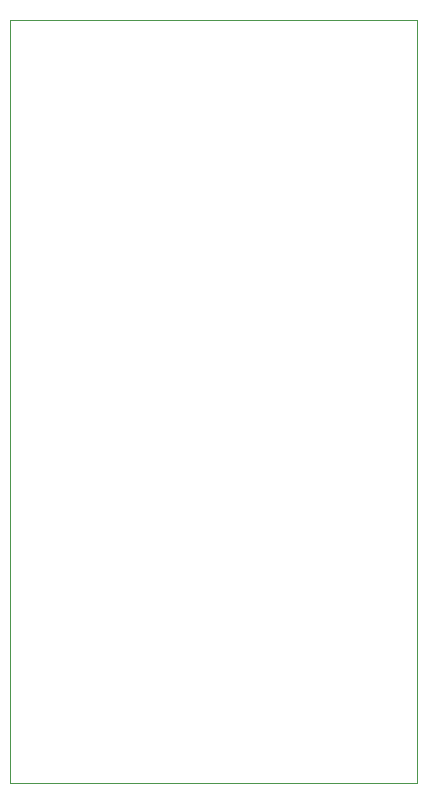
<source format=gbr>
%TF.GenerationSoftware,KiCad,Pcbnew,9.0.0*%
%TF.CreationDate,2025-03-14T09:11:00-04:00*%
%TF.ProjectId,PawPlans,50617750-6c61-46e7-932e-6b696361645f,0.5.0*%
%TF.SameCoordinates,Original*%
%TF.FileFunction,Profile,NP*%
%FSLAX46Y46*%
G04 Gerber Fmt 4.6, Leading zero omitted, Abs format (unit mm)*
G04 Created by KiCad (PCBNEW 9.0.0) date 2025-03-14 09:11:00*
%MOMM*%
%LPD*%
G01*
G04 APERTURE LIST*
%TA.AperFunction,Profile*%
%ADD10C,0.050000*%
%TD*%
G04 APERTURE END LIST*
D10*
X85400000Y-30600000D02*
X119800000Y-30600000D01*
X119800000Y-95200000D01*
X85400000Y-95200000D01*
X85400000Y-30600000D01*
M02*

</source>
